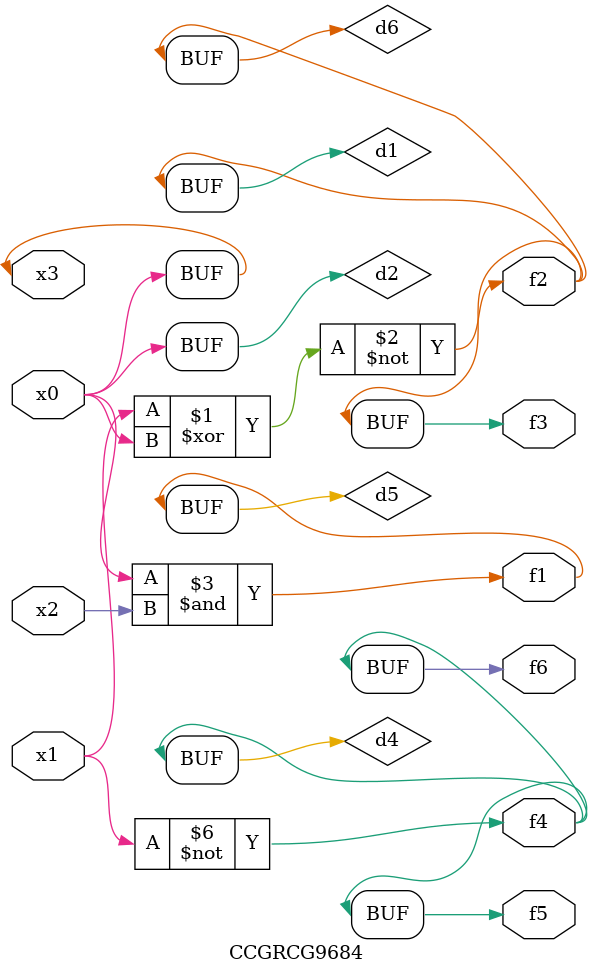
<source format=v>
module CCGRCG9684(
	input x0, x1, x2, x3,
	output f1, f2, f3, f4, f5, f6
);

	wire d1, d2, d3, d4, d5, d6;

	xnor (d1, x1, x3);
	buf (d2, x0, x3);
	nand (d3, x0, x2);
	not (d4, x1);
	nand (d5, d3);
	or (d6, d1);
	assign f1 = d5;
	assign f2 = d6;
	assign f3 = d6;
	assign f4 = d4;
	assign f5 = d4;
	assign f6 = d4;
endmodule

</source>
